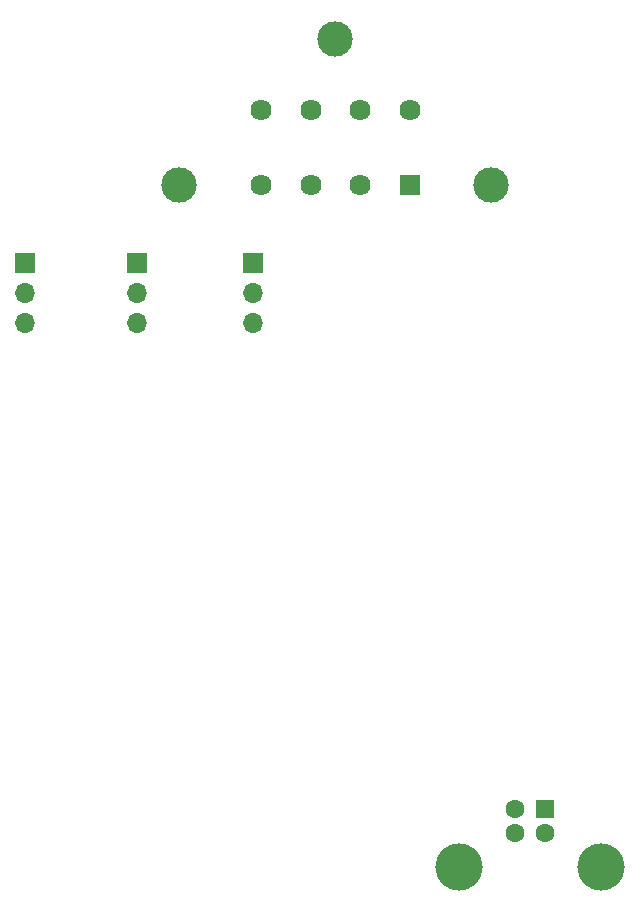
<source format=gbr>
%TF.GenerationSoftware,KiCad,Pcbnew,(7.0.0)*%
%TF.CreationDate,2023-06-27T20:49:59+12:00*%
%TF.ProjectId,VehicleVCU_PCB,56656869-636c-4655-9643-555f5043422e,rev?*%
%TF.SameCoordinates,Original*%
%TF.FileFunction,Soldermask,Bot*%
%TF.FilePolarity,Negative*%
%FSLAX46Y46*%
G04 Gerber Fmt 4.6, Leading zero omitted, Abs format (unit mm)*
G04 Created by KiCad (PCBNEW (7.0.0)) date 2023-06-27 20:49:59*
%MOMM*%
%LPD*%
G01*
G04 APERTURE LIST*
%ADD10C,2.990000*%
%ADD11R,1.785000X1.785000*%
%ADD12C,1.785000*%
%ADD13R,1.700000X1.700000*%
%ADD14O,1.700000X1.700000*%
%ADD15R,1.600000X1.600000*%
%ADD16C,1.600000*%
%ADD17C,4.000000*%
G04 APERTURE END LIST*
D10*
%TO.C,J2*%
X163210000Y-77400000D03*
X150000000Y-65000000D03*
X136792000Y-77400000D03*
D11*
X156284999Y-77399999D03*
D12*
X152095000Y-77400000D03*
X147905000Y-77400000D03*
X143715000Y-77400000D03*
X143715000Y-71000000D03*
X147905000Y-71000000D03*
X152095000Y-71000000D03*
X156285000Y-71000000D03*
%TD*%
D13*
%TO.C,JP1*%
X142999999Y-83959999D03*
D14*
X142999999Y-86499999D03*
X142999999Y-89039999D03*
%TD*%
D15*
%TO.C,J1*%
X167749999Y-130212499D03*
D16*
X165250000Y-130212500D03*
X165250000Y-132212500D03*
X167750000Y-132212500D03*
D17*
X172500000Y-135072500D03*
X160500000Y-135072500D03*
%TD*%
D13*
%TO.C,JP3*%
X123749999Y-83999999D03*
D14*
X123749999Y-86539999D03*
X123749999Y-89079999D03*
%TD*%
D13*
%TO.C,JP2*%
X133249999Y-83999999D03*
D14*
X133249999Y-86539999D03*
X133249999Y-89079999D03*
%TD*%
M02*

</source>
